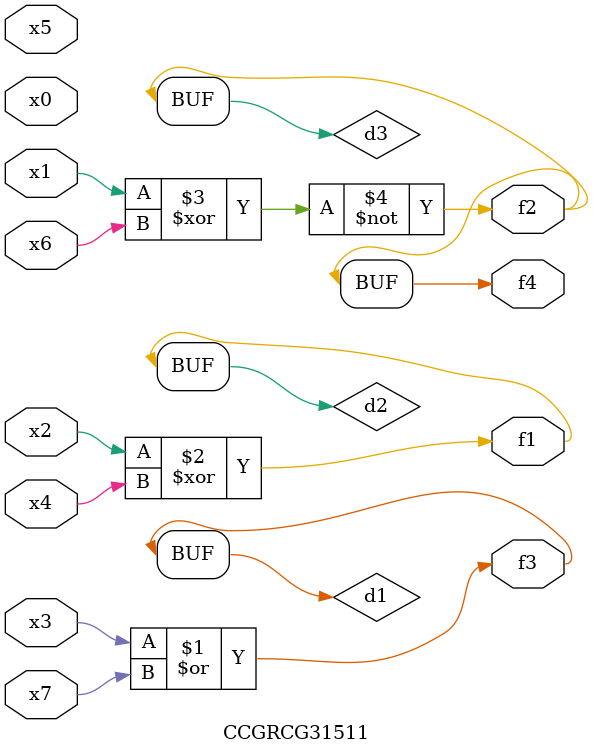
<source format=v>
module CCGRCG31511(
	input x0, x1, x2, x3, x4, x5, x6, x7,
	output f1, f2, f3, f4
);

	wire d1, d2, d3;

	or (d1, x3, x7);
	xor (d2, x2, x4);
	xnor (d3, x1, x6);
	assign f1 = d2;
	assign f2 = d3;
	assign f3 = d1;
	assign f4 = d3;
endmodule

</source>
